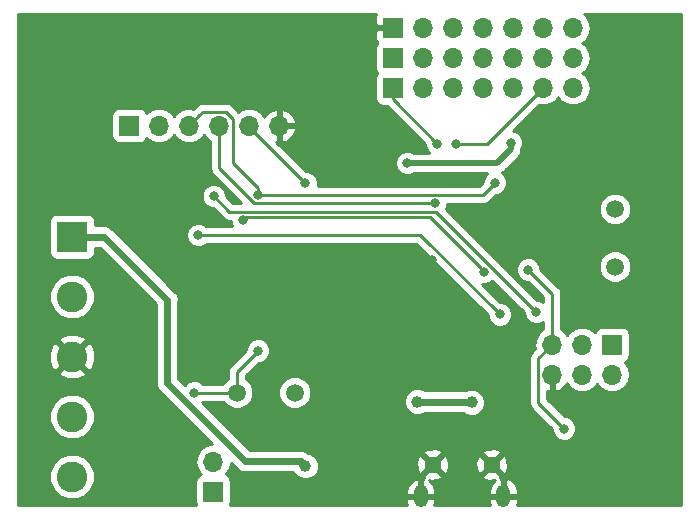
<source format=gbr>
G04 #@! TF.GenerationSoftware,KiCad,Pcbnew,(5.0.1)-4*
G04 #@! TF.CreationDate,2019-07-04T23:41:43-04:00*
G04 #@! TF.ProjectId,Receiver Board,526563656976657220426F6172642E6B,rev?*
G04 #@! TF.SameCoordinates,Original*
G04 #@! TF.FileFunction,Copper,L2,Bot,Signal*
G04 #@! TF.FilePolarity,Positive*
%FSLAX46Y46*%
G04 Gerber Fmt 4.6, Leading zero omitted, Abs format (unit mm)*
G04 Created by KiCad (PCBNEW (5.0.1)-4) date 7/4/2019 11:41:43 PM*
%MOMM*%
%LPD*%
G01*
G04 APERTURE LIST*
G04 #@! TA.AperFunction,ComponentPad*
%ADD10R,2.600000X2.600000*%
G04 #@! TD*
G04 #@! TA.AperFunction,ComponentPad*
%ADD11C,2.600000*%
G04 #@! TD*
G04 #@! TA.AperFunction,ComponentPad*
%ADD12C,1.450000*%
G04 #@! TD*
G04 #@! TA.AperFunction,ComponentPad*
%ADD13O,1.200000X1.900000*%
G04 #@! TD*
G04 #@! TA.AperFunction,ComponentPad*
%ADD14R,1.700000X1.700000*%
G04 #@! TD*
G04 #@! TA.AperFunction,ComponentPad*
%ADD15O,1.700000X1.700000*%
G04 #@! TD*
G04 #@! TA.AperFunction,ComponentPad*
%ADD16C,1.500000*%
G04 #@! TD*
G04 #@! TA.AperFunction,ViaPad*
%ADD17C,1.000000*%
G04 #@! TD*
G04 #@! TA.AperFunction,ViaPad*
%ADD18C,0.800000*%
G04 #@! TD*
G04 #@! TA.AperFunction,Conductor*
%ADD19C,0.600000*%
G04 #@! TD*
G04 #@! TA.AperFunction,Conductor*
%ADD20C,0.500000*%
G04 #@! TD*
G04 #@! TA.AperFunction,Conductor*
%ADD21C,0.250000*%
G04 #@! TD*
G04 #@! TA.AperFunction,Conductor*
%ADD22C,0.254000*%
G04 #@! TD*
G04 APERTURE END LIST*
D10*
G04 #@! TO.P,J1,1*
G04 #@! TO.N,+5V*
X128778000Y-51054000D03*
D11*
G04 #@! TO.P,J1,2*
G04 #@! TO.N,+12V*
X128778000Y-56134000D03*
G04 #@! TO.P,J1,3*
G04 #@! TO.N,GND*
X128778000Y-61214000D03*
G04 #@! TO.P,J1,4*
G04 #@! TO.N,/CANL*
X128778000Y-66294000D03*
G04 #@! TO.P,J1,5*
G04 #@! TO.N,/CANH*
X128778000Y-71374000D03*
G04 #@! TD*
D12*
G04 #@! TO.P,J3,6*
G04 #@! TO.N,GND*
X159298000Y-70356000D03*
X164298000Y-70356000D03*
D13*
X158298000Y-73056000D03*
X165298000Y-73056000D03*
G04 #@! TD*
D14*
G04 #@! TO.P,J5,1*
G04 #@! TO.N,+5V*
X133604000Y-41656000D03*
D15*
G04 #@! TO.P,J5,2*
G04 #@! TO.N,/CH1*
X136144000Y-41656000D03*
G04 #@! TO.P,J5,3*
G04 #@! TO.N,/~INT*
X138684000Y-41656000D03*
G04 #@! TO.P,J5,4*
G04 #@! TO.N,/A0*
X141224000Y-41656000D03*
G04 #@! TO.P,J5,5*
G04 #@! TO.N,/A1*
X143764000Y-41656000D03*
G04 #@! TO.P,J5,6*
G04 #@! TO.N,GND*
X146304000Y-41656000D03*
G04 #@! TD*
D14*
G04 #@! TO.P,J6,1*
G04 #@! TO.N,/CH7*
X155941789Y-38467167D03*
D15*
G04 #@! TO.P,J6,2*
G04 #@! TO.N,/CH6*
X158481789Y-38467167D03*
G04 #@! TO.P,J6,3*
G04 #@! TO.N,/CH5*
X161021789Y-38467167D03*
G04 #@! TO.P,J6,4*
G04 #@! TO.N,/CH4*
X163561789Y-38467167D03*
G04 #@! TO.P,J6,5*
G04 #@! TO.N,/CH3*
X166101789Y-38467167D03*
G04 #@! TO.P,J6,6*
G04 #@! TO.N,/CH2*
X168641789Y-38467167D03*
G04 #@! TO.P,J6,7*
G04 #@! TO.N,/CH1*
X171181789Y-38467167D03*
G04 #@! TD*
G04 #@! TO.P,5V,7*
G04 #@! TO.N,Net-(J7-Pad7)*
X171181789Y-35927167D03*
G04 #@! TO.P,5V,6*
G04 #@! TO.N,Net-(J7-Pad6)*
X168641789Y-35927167D03*
G04 #@! TO.P,5V,5*
G04 #@! TO.N,Net-(J7-Pad5)*
X166101789Y-35927167D03*
G04 #@! TO.P,5V,4*
G04 #@! TO.N,Net-(J7-Pad4)*
X163561789Y-35927167D03*
G04 #@! TO.P,5V,3*
G04 #@! TO.N,Net-(J7-Pad3)*
X161021789Y-35927167D03*
G04 #@! TO.P,5V,2*
G04 #@! TO.N,Net-(J7-Pad2)*
X158481789Y-35927167D03*
D14*
G04 #@! TO.P,5V,1*
G04 #@! TO.N,+5V*
X155941789Y-35927167D03*
G04 #@! TD*
G04 #@! TO.P,GND,1*
G04 #@! TO.N,GND*
X155941789Y-33387167D03*
D15*
G04 #@! TO.P,GND,2*
G04 #@! TO.N,Net-(J8-Pad2)*
X158481789Y-33387167D03*
G04 #@! TO.P,GND,3*
G04 #@! TO.N,Net-(J8-Pad3)*
X161021789Y-33387167D03*
G04 #@! TO.P,GND,4*
G04 #@! TO.N,Net-(J8-Pad4)*
X163561789Y-33387167D03*
G04 #@! TO.P,GND,5*
G04 #@! TO.N,Net-(J8-Pad5)*
X166101789Y-33387167D03*
G04 #@! TO.P,GND,6*
G04 #@! TO.N,Net-(J8-Pad6)*
X168641789Y-33387167D03*
G04 #@! TO.P,GND,7*
G04 #@! TO.N,Net-(J8-Pad7)*
X171181789Y-33387167D03*
G04 #@! TD*
D14*
G04 #@! TO.P,J2,1*
G04 #@! TO.N,Net-(J2-Pad1)*
X140716000Y-72644000D03*
D15*
G04 #@! TO.P,J2,2*
G04 #@! TO.N,/CANL*
X140716000Y-70104000D03*
G04 #@! TD*
D14*
G04 #@! TO.P,J4,1*
G04 #@! TO.N,/MISO*
X174498000Y-60198000D03*
D15*
G04 #@! TO.P,J4,2*
G04 #@! TO.N,+5V*
X174498000Y-62738000D03*
G04 #@! TO.P,J4,3*
G04 #@! TO.N,/SCK*
X171958000Y-60198000D03*
G04 #@! TO.P,J4,4*
G04 #@! TO.N,/MOSI*
X171958000Y-62738000D03*
G04 #@! TO.P,J4,5*
G04 #@! TO.N,/RST*
X169418000Y-60198000D03*
G04 #@! TO.P,J4,6*
G04 #@! TO.N,GND*
X169418000Y-62738000D03*
G04 #@! TD*
D16*
G04 #@! TO.P,Y1,1*
G04 #@! TO.N,Net-(C1-Pad1)*
X142748000Y-64262000D03*
G04 #@! TO.P,Y1,2*
G04 #@! TO.N,Net-(C2-Pad1)*
X147628000Y-64262000D03*
G04 #@! TD*
G04 #@! TO.P,Y2,2*
G04 #@! TO.N,/XTAL1*
X174752000Y-48714000D03*
G04 #@! TO.P,Y2,1*
G04 #@! TO.N,Net-(C7-Pad2)*
X174752000Y-53594000D03*
G04 #@! TD*
D17*
G04 #@! TO.N,+5V*
X148526500Y-70485000D03*
D18*
X157162500Y-44831000D03*
X165925500Y-43116500D03*
D17*
X162623500Y-65087500D03*
X157988000Y-65024000D03*
D18*
G04 #@! TO.N,GND*
X153035000Y-46228000D03*
X159258000Y-53022500D03*
X165608000Y-61912500D03*
X153162000Y-67119500D03*
X143446500Y-73025000D03*
X151638000Y-71755000D03*
X137160000Y-67056000D03*
X147066000Y-60642500D03*
X134429500Y-47244000D03*
X179578000Y-56451500D03*
X179578000Y-45910500D03*
X167767000Y-52133500D03*
X169608500Y-41656000D03*
X167576500Y-43307000D03*
X162750500Y-57848500D03*
X156146500Y-52070000D03*
X148463000Y-55081000D03*
X145796000Y-66230500D03*
X158305500Y-61849000D03*
X177355500Y-51054000D03*
X137985500Y-38163500D03*
G04 #@! TO.N,/~INT*
X164592000Y-46482000D03*
X144526000Y-47498000D03*
G04 #@! TO.N,/A0*
X159503950Y-48223000D03*
G04 #@! TO.N,/A1*
X148526500Y-46545500D03*
G04 #@! TO.N,/CH7*
X159702500Y-43180000D03*
G04 #@! TO.N,/CH2*
X161251000Y-43180000D03*
G04 #@! TO.N,/RST*
X167386000Y-53848000D03*
X170434000Y-67310000D03*
G04 #@! TO.N,Net-(C1-Pad1)*
X144526000Y-60706000D03*
X139128500Y-64262000D03*
G04 #@! TO.N,/SCK*
X143256000Y-49673001D03*
X163648097Y-54029903D03*
G04 #@! TO.N,/MISO*
X168084500Y-57441000D03*
X140779500Y-47625000D03*
G04 #@! TO.N,/~CS*
X164993153Y-57637847D03*
X139446000Y-50927000D03*
G04 #@! TD*
D19*
G04 #@! TO.N,+5V*
X131508500Y-51054000D02*
X128778000Y-51054000D01*
X136842500Y-56388000D02*
X131508500Y-51054000D01*
X136842500Y-63493502D02*
X136842500Y-56388000D01*
X143433999Y-70085001D02*
X136842500Y-63493502D01*
X148526500Y-70485000D02*
X148126501Y-70085001D01*
X148126501Y-70085001D02*
X143433999Y-70085001D01*
D20*
X157728185Y-44831000D02*
X157162500Y-44831000D01*
X164776685Y-44831000D02*
X157728185Y-44831000D01*
X165925500Y-43682185D02*
X164776685Y-44831000D01*
X165925500Y-43116500D02*
X165925500Y-43682185D01*
D21*
X162560000Y-65024000D02*
X162623500Y-65087500D01*
D19*
X157988000Y-65024000D02*
X162560000Y-65024000D01*
D21*
G04 #@! TO.N,/~INT*
X164592000Y-46482000D02*
X163576000Y-47498000D01*
X163576000Y-47498000D02*
X144526000Y-47498000D01*
X139533999Y-40806001D02*
X138684000Y-41656000D01*
X141788001Y-40480999D02*
X139859001Y-40480999D01*
X139859001Y-40480999D02*
X139533999Y-40806001D01*
X142399001Y-41091999D02*
X141788001Y-40480999D01*
X142399001Y-44805316D02*
X142399001Y-41091999D01*
X144526000Y-46932315D02*
X142399001Y-44805316D01*
X144526000Y-47498000D02*
X144526000Y-46932315D01*
G04 #@! TO.N,/A0*
X144177998Y-48223000D02*
X159503950Y-48223000D01*
X141224000Y-41656000D02*
X141224000Y-45269002D01*
X141224000Y-45269002D02*
X144177998Y-48223000D01*
G04 #@! TO.N,/A1*
X143764000Y-41783000D02*
X143764000Y-41656000D01*
X148526500Y-46545500D02*
X143764000Y-41783000D01*
G04 #@! TO.N,/CH7*
X155941789Y-39419289D02*
X155941789Y-38467167D01*
X159702500Y-43180000D02*
X155941789Y-39419289D01*
G04 #@! TO.N,/CH2*
X168641789Y-38467167D02*
X163928956Y-43180000D01*
X163928956Y-43180000D02*
X161251000Y-43180000D01*
G04 #@! TO.N,/RST*
X169418000Y-60198000D02*
X169418000Y-55880000D01*
X169418000Y-55880000D02*
X167386000Y-53848000D01*
X168242999Y-65118999D02*
X170434000Y-67310000D01*
X169418000Y-60198000D02*
X168242999Y-61373001D01*
X168242999Y-61373001D02*
X168242999Y-65118999D01*
G04 #@! TO.N,Net-(C1-Pad1)*
X142748000Y-64262000D02*
X142748000Y-62484000D01*
X142748000Y-62484000D02*
X144526000Y-60706000D01*
X142748000Y-64262000D02*
X139128500Y-64262000D01*
G04 #@! TO.N,/SCK*
X163275694Y-53657500D02*
X163648097Y-54029903D01*
X159058193Y-49439999D02*
X163275694Y-53657500D01*
X143256000Y-49673001D02*
X143489002Y-49439999D01*
X143489002Y-49439999D02*
X159058193Y-49439999D01*
G04 #@! TO.N,/MISO*
X142102501Y-48948001D02*
X140779500Y-47625000D01*
X168084500Y-57441000D02*
X159591501Y-48948001D01*
X159591501Y-48948001D02*
X142102501Y-48948001D01*
G04 #@! TO.N,/~CS*
X139482999Y-50890001D02*
X139446000Y-50927000D01*
X164993153Y-57637847D02*
X158245307Y-50890001D01*
X158245307Y-50890001D02*
X139482999Y-50890001D01*
G04 #@! TD*
D22*
G04 #@! TO.N,GND*
G36*
X154456789Y-32410858D02*
X154456789Y-33101417D01*
X154615539Y-33260167D01*
X155814789Y-33260167D01*
X155814789Y-33240167D01*
X156068789Y-33240167D01*
X156068789Y-33260167D01*
X156088789Y-33260167D01*
X156088789Y-33514167D01*
X156068789Y-33514167D01*
X156068789Y-33534167D01*
X155814789Y-33534167D01*
X155814789Y-33514167D01*
X154615539Y-33514167D01*
X154456789Y-33672917D01*
X154456789Y-34363476D01*
X154553462Y-34596865D01*
X154610738Y-34654142D01*
X154493632Y-34829402D01*
X154444349Y-35077167D01*
X154444349Y-36777167D01*
X154493632Y-37024932D01*
X154608717Y-37197167D01*
X154493632Y-37369402D01*
X154444349Y-37617167D01*
X154444349Y-39317167D01*
X154493632Y-39564932D01*
X154633980Y-39774976D01*
X154844024Y-39915324D01*
X155091789Y-39964607D01*
X155392115Y-39964607D01*
X155393860Y-39967218D01*
X155457319Y-40009620D01*
X158667500Y-43219802D01*
X158667500Y-43385874D01*
X158825069Y-43766280D01*
X159004789Y-43946000D01*
X157730507Y-43946000D01*
X157368374Y-43796000D01*
X156956626Y-43796000D01*
X156576220Y-43953569D01*
X156285069Y-44244720D01*
X156127500Y-44625126D01*
X156127500Y-45036874D01*
X156285069Y-45417280D01*
X156576220Y-45708431D01*
X156956626Y-45866000D01*
X157368374Y-45866000D01*
X157730507Y-45716000D01*
X163894289Y-45716000D01*
X163714569Y-45895720D01*
X163557000Y-46276126D01*
X163557000Y-46442198D01*
X163261199Y-46738000D01*
X149561500Y-46738000D01*
X149561500Y-46339626D01*
X149403931Y-45959220D01*
X149112780Y-45668069D01*
X148732374Y-45510500D01*
X148566302Y-45510500D01*
X146082060Y-43026258D01*
X146177000Y-42976155D01*
X146177000Y-41783000D01*
X146431000Y-41783000D01*
X146431000Y-42976155D01*
X146660890Y-43097476D01*
X147070924Y-42927645D01*
X147499183Y-42537358D01*
X147745486Y-42012892D01*
X147624819Y-41783000D01*
X146431000Y-41783000D01*
X146177000Y-41783000D01*
X146157000Y-41783000D01*
X146157000Y-41529000D01*
X146177000Y-41529000D01*
X146177000Y-40335845D01*
X146431000Y-40335845D01*
X146431000Y-41529000D01*
X147624819Y-41529000D01*
X147745486Y-41299108D01*
X147499183Y-40774642D01*
X147070924Y-40384355D01*
X146660890Y-40214524D01*
X146431000Y-40335845D01*
X146177000Y-40335845D01*
X145947110Y-40214524D01*
X145537076Y-40384355D01*
X145108817Y-40774642D01*
X145047843Y-40904478D01*
X144834625Y-40585375D01*
X144343418Y-40257161D01*
X143910256Y-40171000D01*
X143617744Y-40171000D01*
X143184582Y-40257161D01*
X142857509Y-40475704D01*
X142378331Y-39996528D01*
X142335930Y-39933070D01*
X142084538Y-39765095D01*
X141862853Y-39720999D01*
X141862848Y-39720999D01*
X141788001Y-39706111D01*
X141713154Y-39720999D01*
X139933847Y-39720999D01*
X139859000Y-39706111D01*
X139784153Y-39720999D01*
X139784149Y-39720999D01*
X139562464Y-39765095D01*
X139311072Y-39933070D01*
X139268670Y-39996529D01*
X139050408Y-40214791D01*
X138830256Y-40171000D01*
X138537744Y-40171000D01*
X138104582Y-40257161D01*
X137613375Y-40585375D01*
X137414000Y-40883761D01*
X137214625Y-40585375D01*
X136723418Y-40257161D01*
X136290256Y-40171000D01*
X135997744Y-40171000D01*
X135564582Y-40257161D01*
X135073375Y-40585375D01*
X135061184Y-40603619D01*
X135052157Y-40558235D01*
X134911809Y-40348191D01*
X134701765Y-40207843D01*
X134454000Y-40158560D01*
X132754000Y-40158560D01*
X132506235Y-40207843D01*
X132296191Y-40348191D01*
X132155843Y-40558235D01*
X132106560Y-40806000D01*
X132106560Y-42506000D01*
X132155843Y-42753765D01*
X132296191Y-42963809D01*
X132506235Y-43104157D01*
X132754000Y-43153440D01*
X134454000Y-43153440D01*
X134701765Y-43104157D01*
X134911809Y-42963809D01*
X135052157Y-42753765D01*
X135061184Y-42708381D01*
X135073375Y-42726625D01*
X135564582Y-43054839D01*
X135997744Y-43141000D01*
X136290256Y-43141000D01*
X136723418Y-43054839D01*
X137214625Y-42726625D01*
X137414000Y-42428239D01*
X137613375Y-42726625D01*
X138104582Y-43054839D01*
X138537744Y-43141000D01*
X138830256Y-43141000D01*
X139263418Y-43054839D01*
X139754625Y-42726625D01*
X139954000Y-42428239D01*
X140153375Y-42726625D01*
X140464000Y-42934178D01*
X140464001Y-45194150D01*
X140449112Y-45269002D01*
X140508097Y-45565539D01*
X140603575Y-45708431D01*
X140676072Y-45816931D01*
X140739528Y-45859331D01*
X143068197Y-48188001D01*
X142417303Y-48188001D01*
X141814500Y-47585199D01*
X141814500Y-47419126D01*
X141656931Y-47038720D01*
X141365780Y-46747569D01*
X140985374Y-46590000D01*
X140573626Y-46590000D01*
X140193220Y-46747569D01*
X139902069Y-47038720D01*
X139744500Y-47419126D01*
X139744500Y-47830874D01*
X139902069Y-48211280D01*
X140193220Y-48502431D01*
X140573626Y-48660000D01*
X140739699Y-48660000D01*
X141512171Y-49432473D01*
X141554572Y-49495930D01*
X141805964Y-49663905D01*
X142027649Y-49708001D01*
X142027654Y-49708001D01*
X142102501Y-49722889D01*
X142177348Y-49708001D01*
X142221000Y-49708001D01*
X142221000Y-49878875D01*
X142325020Y-50130001D01*
X140112712Y-50130001D01*
X140032280Y-50049569D01*
X139651874Y-49892000D01*
X139240126Y-49892000D01*
X138859720Y-50049569D01*
X138568569Y-50340720D01*
X138411000Y-50721126D01*
X138411000Y-51132874D01*
X138568569Y-51513280D01*
X138859720Y-51804431D01*
X139240126Y-51962000D01*
X139651874Y-51962000D01*
X140032280Y-51804431D01*
X140186710Y-51650001D01*
X157930506Y-51650001D01*
X163958153Y-57677650D01*
X163958153Y-57843721D01*
X164115722Y-58224127D01*
X164406873Y-58515278D01*
X164787279Y-58672847D01*
X165199027Y-58672847D01*
X165579433Y-58515278D01*
X165870584Y-58224127D01*
X166028153Y-57843721D01*
X166028153Y-57431973D01*
X165870584Y-57051567D01*
X165579433Y-56760416D01*
X165199027Y-56602847D01*
X165032956Y-56602847D01*
X163495011Y-55064903D01*
X163853971Y-55064903D01*
X164234377Y-54907334D01*
X164355204Y-54786507D01*
X167049500Y-57480803D01*
X167049500Y-57646874D01*
X167207069Y-58027280D01*
X167498220Y-58318431D01*
X167878626Y-58476000D01*
X168290374Y-58476000D01*
X168658000Y-58323724D01*
X168658000Y-58919822D01*
X168347375Y-59127375D01*
X168019161Y-59618582D01*
X167903908Y-60198000D01*
X167976791Y-60564408D01*
X167758529Y-60782670D01*
X167695070Y-60825072D01*
X167527095Y-61076465D01*
X167482999Y-61298150D01*
X167482999Y-61298154D01*
X167468111Y-61373001D01*
X167482999Y-61447848D01*
X167483000Y-65044147D01*
X167468111Y-65118999D01*
X167483000Y-65193851D01*
X167527096Y-65415536D01*
X167695071Y-65666928D01*
X167758527Y-65709328D01*
X169399000Y-67349803D01*
X169399000Y-67515874D01*
X169556569Y-67896280D01*
X169847720Y-68187431D01*
X170228126Y-68345000D01*
X170639874Y-68345000D01*
X171020280Y-68187431D01*
X171311431Y-67896280D01*
X171469000Y-67515874D01*
X171469000Y-67104126D01*
X171311431Y-66723720D01*
X171020280Y-66432569D01*
X170639874Y-66275000D01*
X170473803Y-66275000D01*
X169002999Y-64804198D01*
X169002999Y-64155407D01*
X169061110Y-64179476D01*
X169291000Y-64058155D01*
X169291000Y-62865000D01*
X169271000Y-62865000D01*
X169271000Y-62611000D01*
X169291000Y-62611000D01*
X169291000Y-62591000D01*
X169545000Y-62591000D01*
X169545000Y-62611000D01*
X169565000Y-62611000D01*
X169565000Y-62865000D01*
X169545000Y-62865000D01*
X169545000Y-64058155D01*
X169774890Y-64179476D01*
X170184924Y-64009645D01*
X170613183Y-63619358D01*
X170674157Y-63489522D01*
X170887375Y-63808625D01*
X171378582Y-64136839D01*
X171811744Y-64223000D01*
X172104256Y-64223000D01*
X172537418Y-64136839D01*
X173028625Y-63808625D01*
X173228000Y-63510239D01*
X173427375Y-63808625D01*
X173918582Y-64136839D01*
X174351744Y-64223000D01*
X174644256Y-64223000D01*
X175077418Y-64136839D01*
X175568625Y-63808625D01*
X175896839Y-63317418D01*
X176012092Y-62738000D01*
X175896839Y-62158582D01*
X175568625Y-61667375D01*
X175550381Y-61655184D01*
X175595765Y-61646157D01*
X175805809Y-61505809D01*
X175946157Y-61295765D01*
X175995440Y-61048000D01*
X175995440Y-59348000D01*
X175946157Y-59100235D01*
X175805809Y-58890191D01*
X175595765Y-58749843D01*
X175348000Y-58700560D01*
X173648000Y-58700560D01*
X173400235Y-58749843D01*
X173190191Y-58890191D01*
X173049843Y-59100235D01*
X173040816Y-59145619D01*
X173028625Y-59127375D01*
X172537418Y-58799161D01*
X172104256Y-58713000D01*
X171811744Y-58713000D01*
X171378582Y-58799161D01*
X170887375Y-59127375D01*
X170688000Y-59425761D01*
X170488625Y-59127375D01*
X170178000Y-58919822D01*
X170178000Y-55954847D01*
X170192888Y-55880000D01*
X170178000Y-55805153D01*
X170178000Y-55805148D01*
X170133904Y-55583463D01*
X169965929Y-55332071D01*
X169902473Y-55289671D01*
X168421000Y-53808199D01*
X168421000Y-53642126D01*
X168286953Y-53318506D01*
X173367000Y-53318506D01*
X173367000Y-53869494D01*
X173577853Y-54378540D01*
X173967460Y-54768147D01*
X174476506Y-54979000D01*
X175027494Y-54979000D01*
X175536540Y-54768147D01*
X175926147Y-54378540D01*
X176137000Y-53869494D01*
X176137000Y-53318506D01*
X175926147Y-52809460D01*
X175536540Y-52419853D01*
X175027494Y-52209000D01*
X174476506Y-52209000D01*
X173967460Y-52419853D01*
X173577853Y-52809460D01*
X173367000Y-53318506D01*
X168286953Y-53318506D01*
X168263431Y-53261720D01*
X167972280Y-52970569D01*
X167591874Y-52813000D01*
X167180126Y-52813000D01*
X166799720Y-52970569D01*
X166508569Y-53261720D01*
X166351000Y-53642126D01*
X166351000Y-54053874D01*
X166508569Y-54434280D01*
X166799720Y-54725431D01*
X167180126Y-54883000D01*
X167346199Y-54883000D01*
X168658001Y-56194803D01*
X168658001Y-56558276D01*
X168290374Y-56406000D01*
X168124303Y-56406000D01*
X160424202Y-48705901D01*
X160534960Y-48438506D01*
X173367000Y-48438506D01*
X173367000Y-48989494D01*
X173577853Y-49498540D01*
X173967460Y-49888147D01*
X174476506Y-50099000D01*
X175027494Y-50099000D01*
X175536540Y-49888147D01*
X175926147Y-49498540D01*
X176137000Y-48989494D01*
X176137000Y-48438506D01*
X175926147Y-47929460D01*
X175536540Y-47539853D01*
X175027494Y-47329000D01*
X174476506Y-47329000D01*
X173967460Y-47539853D01*
X173577853Y-47929460D01*
X173367000Y-48438506D01*
X160534960Y-48438506D01*
X160538950Y-48428874D01*
X160538950Y-48258000D01*
X163501153Y-48258000D01*
X163576000Y-48272888D01*
X163650847Y-48258000D01*
X163650852Y-48258000D01*
X163872537Y-48213904D01*
X164123929Y-48045929D01*
X164166331Y-47982470D01*
X164631802Y-47517000D01*
X164797874Y-47517000D01*
X165178280Y-47359431D01*
X165469431Y-47068280D01*
X165627000Y-46687874D01*
X165627000Y-46276126D01*
X165469431Y-45895720D01*
X165191752Y-45618041D01*
X165414734Y-45469049D01*
X165464110Y-45395153D01*
X166489656Y-44369608D01*
X166563549Y-44320234D01*
X166633865Y-44215000D01*
X166759152Y-44027495D01*
X166810500Y-43769350D01*
X166810500Y-43769346D01*
X166827837Y-43682185D01*
X166822525Y-43655477D01*
X166960500Y-43322374D01*
X166960500Y-42910626D01*
X166802931Y-42530220D01*
X166511780Y-42239069D01*
X166131374Y-42081500D01*
X166102258Y-42081500D01*
X168275382Y-39908376D01*
X168495533Y-39952167D01*
X168788045Y-39952167D01*
X169221207Y-39866006D01*
X169712414Y-39537792D01*
X169911789Y-39239406D01*
X170111164Y-39537792D01*
X170602371Y-39866006D01*
X171035533Y-39952167D01*
X171328045Y-39952167D01*
X171761207Y-39866006D01*
X172252414Y-39537792D01*
X172580628Y-39046585D01*
X172695881Y-38467167D01*
X172580628Y-37887749D01*
X172252414Y-37396542D01*
X171954028Y-37197167D01*
X172252414Y-36997792D01*
X172580628Y-36506585D01*
X172695881Y-35927167D01*
X172580628Y-35347749D01*
X172252414Y-34856542D01*
X171954028Y-34657167D01*
X172252414Y-34457792D01*
X172580628Y-33966585D01*
X172695881Y-33387167D01*
X172580628Y-32807749D01*
X172252414Y-32316542D01*
X172092963Y-32210000D01*
X180290001Y-32210000D01*
X180290000Y-73790000D01*
X166453832Y-73790000D01*
X166533000Y-73533000D01*
X166533000Y-73183000D01*
X165425000Y-73183000D01*
X165425000Y-73203000D01*
X165171000Y-73203000D01*
X165171000Y-73183000D01*
X164063000Y-73183000D01*
X164063000Y-73533000D01*
X164142168Y-73790000D01*
X159453832Y-73790000D01*
X159533000Y-73533000D01*
X159533000Y-73183000D01*
X158425000Y-73183000D01*
X158425000Y-73203000D01*
X158171000Y-73203000D01*
X158171000Y-73183000D01*
X157063000Y-73183000D01*
X157063000Y-73533000D01*
X157142168Y-73790000D01*
X142131927Y-73790000D01*
X142164157Y-73741765D01*
X142213440Y-73494000D01*
X142213440Y-72579000D01*
X157063000Y-72579000D01*
X157063000Y-72929000D01*
X158171000Y-72929000D01*
X158171000Y-71637269D01*
X158425000Y-71637269D01*
X158425000Y-72929000D01*
X159533000Y-72929000D01*
X159533000Y-72579000D01*
X159390390Y-72116053D01*
X159081474Y-71742920D01*
X158962232Y-71679842D01*
X159099146Y-71728312D01*
X159639444Y-71699949D01*
X160006878Y-71547753D01*
X160071793Y-71309398D01*
X163524207Y-71309398D01*
X163589122Y-71547753D01*
X164099146Y-71728312D01*
X164590945Y-71702495D01*
X164514526Y-71742920D01*
X164205610Y-72116053D01*
X164063000Y-72579000D01*
X164063000Y-72929000D01*
X165171000Y-72929000D01*
X165171000Y-71637269D01*
X165425000Y-71637269D01*
X165425000Y-72929000D01*
X166533000Y-72929000D01*
X166533000Y-72579000D01*
X166390390Y-72116053D01*
X166081474Y-71742920D01*
X165653281Y-71516408D01*
X165615609Y-71512538D01*
X165425000Y-71637269D01*
X165171000Y-71637269D01*
X165011012Y-71532576D01*
X165071793Y-71309398D01*
X164298000Y-70535605D01*
X163524207Y-71309398D01*
X160071793Y-71309398D01*
X159298000Y-70535605D01*
X158524207Y-71309398D01*
X158584988Y-71532576D01*
X158425000Y-71637269D01*
X158171000Y-71637269D01*
X157980391Y-71512538D01*
X157942719Y-71516408D01*
X157514526Y-71742920D01*
X157205610Y-72116053D01*
X157063000Y-72579000D01*
X142213440Y-72579000D01*
X142213440Y-71794000D01*
X142164157Y-71546235D01*
X142023809Y-71336191D01*
X141813765Y-71195843D01*
X141768381Y-71186816D01*
X141786625Y-71174625D01*
X142114839Y-70683418D01*
X142213603Y-70186895D01*
X142707739Y-70681031D01*
X142759902Y-70759098D01*
X143069180Y-70965751D01*
X143341913Y-71020001D01*
X143341916Y-71020001D01*
X143433998Y-71038317D01*
X143526080Y-71020001D01*
X147519589Y-71020001D01*
X147564293Y-71127926D01*
X147883574Y-71447207D01*
X148300734Y-71620000D01*
X148752266Y-71620000D01*
X149169426Y-71447207D01*
X149488707Y-71127926D01*
X149661500Y-70710766D01*
X149661500Y-70259234D01*
X149619214Y-70157146D01*
X157925688Y-70157146D01*
X157954051Y-70697444D01*
X158106247Y-71064878D01*
X158344602Y-71129793D01*
X159118395Y-70356000D01*
X159477605Y-70356000D01*
X160251398Y-71129793D01*
X160489753Y-71064878D01*
X160670312Y-70554854D01*
X160649435Y-70157146D01*
X162925688Y-70157146D01*
X162954051Y-70697444D01*
X163106247Y-71064878D01*
X163344602Y-71129793D01*
X164118395Y-70356000D01*
X164477605Y-70356000D01*
X165251398Y-71129793D01*
X165489753Y-71064878D01*
X165670312Y-70554854D01*
X165641949Y-70014556D01*
X165489753Y-69647122D01*
X165251398Y-69582207D01*
X164477605Y-70356000D01*
X164118395Y-70356000D01*
X163344602Y-69582207D01*
X163106247Y-69647122D01*
X162925688Y-70157146D01*
X160649435Y-70157146D01*
X160641949Y-70014556D01*
X160489753Y-69647122D01*
X160251398Y-69582207D01*
X159477605Y-70356000D01*
X159118395Y-70356000D01*
X158344602Y-69582207D01*
X158106247Y-69647122D01*
X157925688Y-70157146D01*
X149619214Y-70157146D01*
X149488707Y-69842074D01*
X149169426Y-69522793D01*
X148879259Y-69402602D01*
X158524207Y-69402602D01*
X159298000Y-70176395D01*
X160071793Y-69402602D01*
X163524207Y-69402602D01*
X164298000Y-70176395D01*
X165071793Y-69402602D01*
X165006878Y-69164247D01*
X164496854Y-68983688D01*
X163956556Y-69012051D01*
X163589122Y-69164247D01*
X163524207Y-69402602D01*
X160071793Y-69402602D01*
X160006878Y-69164247D01*
X159496854Y-68983688D01*
X158956556Y-69012051D01*
X158589122Y-69164247D01*
X158524207Y-69402602D01*
X148879259Y-69402602D01*
X148752266Y-69350000D01*
X148709449Y-69350000D01*
X148491320Y-69204251D01*
X148218587Y-69150001D01*
X148126501Y-69131684D01*
X148034415Y-69150001D01*
X143821289Y-69150001D01*
X139762749Y-65091462D01*
X139832211Y-65022000D01*
X141563688Y-65022000D01*
X141573853Y-65046540D01*
X141963460Y-65436147D01*
X142472506Y-65647000D01*
X143023494Y-65647000D01*
X143532540Y-65436147D01*
X143922147Y-65046540D01*
X144133000Y-64537494D01*
X144133000Y-63986506D01*
X146243000Y-63986506D01*
X146243000Y-64537494D01*
X146453853Y-65046540D01*
X146843460Y-65436147D01*
X147352506Y-65647000D01*
X147903494Y-65647000D01*
X148412540Y-65436147D01*
X148802147Y-65046540D01*
X148904998Y-64798234D01*
X156853000Y-64798234D01*
X156853000Y-65249766D01*
X157025793Y-65666926D01*
X157345074Y-65986207D01*
X157762234Y-66159000D01*
X158213766Y-66159000D01*
X158630926Y-65986207D01*
X158658133Y-65959000D01*
X161889867Y-65959000D01*
X161980574Y-66049707D01*
X162397734Y-66222500D01*
X162849266Y-66222500D01*
X163266426Y-66049707D01*
X163585707Y-65730426D01*
X163758500Y-65313266D01*
X163758500Y-64861734D01*
X163585707Y-64444574D01*
X163266426Y-64125293D01*
X162849266Y-63952500D01*
X162397734Y-63952500D01*
X162068193Y-64089000D01*
X158658133Y-64089000D01*
X158630926Y-64061793D01*
X158213766Y-63889000D01*
X157762234Y-63889000D01*
X157345074Y-64061793D01*
X157025793Y-64381074D01*
X156853000Y-64798234D01*
X148904998Y-64798234D01*
X149013000Y-64537494D01*
X149013000Y-63986506D01*
X148802147Y-63477460D01*
X148412540Y-63087853D01*
X147903494Y-62877000D01*
X147352506Y-62877000D01*
X146843460Y-63087853D01*
X146453853Y-63477460D01*
X146243000Y-63986506D01*
X144133000Y-63986506D01*
X143922147Y-63477460D01*
X143532540Y-63087853D01*
X143508000Y-63077688D01*
X143508000Y-62798801D01*
X144565802Y-61741000D01*
X144731874Y-61741000D01*
X145112280Y-61583431D01*
X145403431Y-61292280D01*
X145561000Y-60911874D01*
X145561000Y-60500126D01*
X145403431Y-60119720D01*
X145112280Y-59828569D01*
X144731874Y-59671000D01*
X144320126Y-59671000D01*
X143939720Y-59828569D01*
X143648569Y-60119720D01*
X143491000Y-60500126D01*
X143491000Y-60666198D01*
X142263528Y-61893671D01*
X142200072Y-61936071D01*
X142157672Y-61999527D01*
X142157671Y-61999528D01*
X142051395Y-62158582D01*
X142032097Y-62187463D01*
X142015979Y-62268496D01*
X141973112Y-62484000D01*
X141988001Y-62558852D01*
X141988001Y-63077688D01*
X141963460Y-63087853D01*
X141573853Y-63477460D01*
X141563688Y-63502000D01*
X139832211Y-63502000D01*
X139714780Y-63384569D01*
X139334374Y-63227000D01*
X138922626Y-63227000D01*
X138542220Y-63384569D01*
X138299038Y-63627751D01*
X137777500Y-63106213D01*
X137777500Y-56480085D01*
X137795817Y-56387999D01*
X137723250Y-56023181D01*
X137568759Y-55791969D01*
X137516597Y-55713903D01*
X137438531Y-55661741D01*
X132234761Y-50457972D01*
X132182597Y-50379903D01*
X131873319Y-50173250D01*
X131600586Y-50119000D01*
X131508500Y-50100683D01*
X131416414Y-50119000D01*
X130725440Y-50119000D01*
X130725440Y-49754000D01*
X130676157Y-49506235D01*
X130535809Y-49296191D01*
X130325765Y-49155843D01*
X130078000Y-49106560D01*
X127478000Y-49106560D01*
X127230235Y-49155843D01*
X127020191Y-49296191D01*
X126879843Y-49506235D01*
X126830560Y-49754000D01*
X126830560Y-52354000D01*
X126879843Y-52601765D01*
X127020191Y-52811809D01*
X127230235Y-52952157D01*
X127478000Y-53001440D01*
X130078000Y-53001440D01*
X130325765Y-52952157D01*
X130535809Y-52811809D01*
X130676157Y-52601765D01*
X130725440Y-52354000D01*
X130725440Y-51989000D01*
X131121211Y-51989000D01*
X135907501Y-56775291D01*
X135907500Y-63401416D01*
X135889183Y-63493502D01*
X135907500Y-63585587D01*
X135961750Y-63858320D01*
X136168403Y-64167599D01*
X136246472Y-64219763D01*
X140645708Y-68619000D01*
X140569744Y-68619000D01*
X140136582Y-68705161D01*
X139645375Y-69033375D01*
X139317161Y-69524582D01*
X139201908Y-70104000D01*
X139317161Y-70683418D01*
X139645375Y-71174625D01*
X139663619Y-71186816D01*
X139618235Y-71195843D01*
X139408191Y-71336191D01*
X139267843Y-71546235D01*
X139218560Y-71794000D01*
X139218560Y-73494000D01*
X139267843Y-73741765D01*
X139300073Y-73790000D01*
X124210000Y-73790000D01*
X124210000Y-70989105D01*
X126843000Y-70989105D01*
X126843000Y-71758895D01*
X127137586Y-72470090D01*
X127681910Y-73014414D01*
X128393105Y-73309000D01*
X129162895Y-73309000D01*
X129874090Y-73014414D01*
X130418414Y-72470090D01*
X130713000Y-71758895D01*
X130713000Y-70989105D01*
X130418414Y-70277910D01*
X129874090Y-69733586D01*
X129162895Y-69439000D01*
X128393105Y-69439000D01*
X127681910Y-69733586D01*
X127137586Y-70277910D01*
X126843000Y-70989105D01*
X124210000Y-70989105D01*
X124210000Y-65909105D01*
X126843000Y-65909105D01*
X126843000Y-66678895D01*
X127137586Y-67390090D01*
X127681910Y-67934414D01*
X128393105Y-68229000D01*
X129162895Y-68229000D01*
X129874090Y-67934414D01*
X130418414Y-67390090D01*
X130713000Y-66678895D01*
X130713000Y-65909105D01*
X130418414Y-65197910D01*
X129874090Y-64653586D01*
X129162895Y-64359000D01*
X128393105Y-64359000D01*
X127681910Y-64653586D01*
X127137586Y-65197910D01*
X126843000Y-65909105D01*
X124210000Y-65909105D01*
X124210000Y-62583459D01*
X127588146Y-62583459D01*
X127723504Y-62881455D01*
X128441880Y-63158066D01*
X129211427Y-63138710D01*
X129832496Y-62881455D01*
X129967854Y-62583459D01*
X128778000Y-61393605D01*
X127588146Y-62583459D01*
X124210000Y-62583459D01*
X124210000Y-60877880D01*
X126833934Y-60877880D01*
X126853290Y-61647427D01*
X127110545Y-62268496D01*
X127408541Y-62403854D01*
X128598395Y-61214000D01*
X128957605Y-61214000D01*
X130147459Y-62403854D01*
X130445455Y-62268496D01*
X130722066Y-61550120D01*
X130702710Y-60780573D01*
X130445455Y-60159504D01*
X130147459Y-60024146D01*
X128957605Y-61214000D01*
X128598395Y-61214000D01*
X127408541Y-60024146D01*
X127110545Y-60159504D01*
X126833934Y-60877880D01*
X124210000Y-60877880D01*
X124210000Y-59844541D01*
X127588146Y-59844541D01*
X128778000Y-61034395D01*
X129967854Y-59844541D01*
X129832496Y-59546545D01*
X129114120Y-59269934D01*
X128344573Y-59289290D01*
X127723504Y-59546545D01*
X127588146Y-59844541D01*
X124210000Y-59844541D01*
X124210000Y-55749105D01*
X126843000Y-55749105D01*
X126843000Y-56518895D01*
X127137586Y-57230090D01*
X127681910Y-57774414D01*
X128393105Y-58069000D01*
X129162895Y-58069000D01*
X129874090Y-57774414D01*
X130418414Y-57230090D01*
X130713000Y-56518895D01*
X130713000Y-55749105D01*
X130418414Y-55037910D01*
X129874090Y-54493586D01*
X129162895Y-54199000D01*
X128393105Y-54199000D01*
X127681910Y-54493586D01*
X127137586Y-55037910D01*
X126843000Y-55749105D01*
X124210000Y-55749105D01*
X124210000Y-32210000D01*
X154539987Y-32210000D01*
X154456789Y-32410858D01*
X154456789Y-32410858D01*
G37*
X154456789Y-32410858D02*
X154456789Y-33101417D01*
X154615539Y-33260167D01*
X155814789Y-33260167D01*
X155814789Y-33240167D01*
X156068789Y-33240167D01*
X156068789Y-33260167D01*
X156088789Y-33260167D01*
X156088789Y-33514167D01*
X156068789Y-33514167D01*
X156068789Y-33534167D01*
X155814789Y-33534167D01*
X155814789Y-33514167D01*
X154615539Y-33514167D01*
X154456789Y-33672917D01*
X154456789Y-34363476D01*
X154553462Y-34596865D01*
X154610738Y-34654142D01*
X154493632Y-34829402D01*
X154444349Y-35077167D01*
X154444349Y-36777167D01*
X154493632Y-37024932D01*
X154608717Y-37197167D01*
X154493632Y-37369402D01*
X154444349Y-37617167D01*
X154444349Y-39317167D01*
X154493632Y-39564932D01*
X154633980Y-39774976D01*
X154844024Y-39915324D01*
X155091789Y-39964607D01*
X155392115Y-39964607D01*
X155393860Y-39967218D01*
X155457319Y-40009620D01*
X158667500Y-43219802D01*
X158667500Y-43385874D01*
X158825069Y-43766280D01*
X159004789Y-43946000D01*
X157730507Y-43946000D01*
X157368374Y-43796000D01*
X156956626Y-43796000D01*
X156576220Y-43953569D01*
X156285069Y-44244720D01*
X156127500Y-44625126D01*
X156127500Y-45036874D01*
X156285069Y-45417280D01*
X156576220Y-45708431D01*
X156956626Y-45866000D01*
X157368374Y-45866000D01*
X157730507Y-45716000D01*
X163894289Y-45716000D01*
X163714569Y-45895720D01*
X163557000Y-46276126D01*
X163557000Y-46442198D01*
X163261199Y-46738000D01*
X149561500Y-46738000D01*
X149561500Y-46339626D01*
X149403931Y-45959220D01*
X149112780Y-45668069D01*
X148732374Y-45510500D01*
X148566302Y-45510500D01*
X146082060Y-43026258D01*
X146177000Y-42976155D01*
X146177000Y-41783000D01*
X146431000Y-41783000D01*
X146431000Y-42976155D01*
X146660890Y-43097476D01*
X147070924Y-42927645D01*
X147499183Y-42537358D01*
X147745486Y-42012892D01*
X147624819Y-41783000D01*
X146431000Y-41783000D01*
X146177000Y-41783000D01*
X146157000Y-41783000D01*
X146157000Y-41529000D01*
X146177000Y-41529000D01*
X146177000Y-40335845D01*
X146431000Y-40335845D01*
X146431000Y-41529000D01*
X147624819Y-41529000D01*
X147745486Y-41299108D01*
X147499183Y-40774642D01*
X147070924Y-40384355D01*
X146660890Y-40214524D01*
X146431000Y-40335845D01*
X146177000Y-40335845D01*
X145947110Y-40214524D01*
X145537076Y-40384355D01*
X145108817Y-40774642D01*
X145047843Y-40904478D01*
X144834625Y-40585375D01*
X144343418Y-40257161D01*
X143910256Y-40171000D01*
X143617744Y-40171000D01*
X143184582Y-40257161D01*
X142857509Y-40475704D01*
X142378331Y-39996528D01*
X142335930Y-39933070D01*
X142084538Y-39765095D01*
X141862853Y-39720999D01*
X141862848Y-39720999D01*
X141788001Y-39706111D01*
X141713154Y-39720999D01*
X139933847Y-39720999D01*
X139859000Y-39706111D01*
X139784153Y-39720999D01*
X139784149Y-39720999D01*
X139562464Y-39765095D01*
X139311072Y-39933070D01*
X139268670Y-39996529D01*
X139050408Y-40214791D01*
X138830256Y-40171000D01*
X138537744Y-40171000D01*
X138104582Y-40257161D01*
X137613375Y-40585375D01*
X137414000Y-40883761D01*
X137214625Y-40585375D01*
X136723418Y-40257161D01*
X136290256Y-40171000D01*
X135997744Y-40171000D01*
X135564582Y-40257161D01*
X135073375Y-40585375D01*
X135061184Y-40603619D01*
X135052157Y-40558235D01*
X134911809Y-40348191D01*
X134701765Y-40207843D01*
X134454000Y-40158560D01*
X132754000Y-40158560D01*
X132506235Y-40207843D01*
X132296191Y-40348191D01*
X132155843Y-40558235D01*
X132106560Y-40806000D01*
X132106560Y-42506000D01*
X132155843Y-42753765D01*
X132296191Y-42963809D01*
X132506235Y-43104157D01*
X132754000Y-43153440D01*
X134454000Y-43153440D01*
X134701765Y-43104157D01*
X134911809Y-42963809D01*
X135052157Y-42753765D01*
X135061184Y-42708381D01*
X135073375Y-42726625D01*
X135564582Y-43054839D01*
X135997744Y-43141000D01*
X136290256Y-43141000D01*
X136723418Y-43054839D01*
X137214625Y-42726625D01*
X137414000Y-42428239D01*
X137613375Y-42726625D01*
X138104582Y-43054839D01*
X138537744Y-43141000D01*
X138830256Y-43141000D01*
X139263418Y-43054839D01*
X139754625Y-42726625D01*
X139954000Y-42428239D01*
X140153375Y-42726625D01*
X140464000Y-42934178D01*
X140464001Y-45194150D01*
X140449112Y-45269002D01*
X140508097Y-45565539D01*
X140603575Y-45708431D01*
X140676072Y-45816931D01*
X140739528Y-45859331D01*
X143068197Y-48188001D01*
X142417303Y-48188001D01*
X141814500Y-47585199D01*
X141814500Y-47419126D01*
X141656931Y-47038720D01*
X141365780Y-46747569D01*
X140985374Y-46590000D01*
X140573626Y-46590000D01*
X140193220Y-46747569D01*
X139902069Y-47038720D01*
X139744500Y-47419126D01*
X139744500Y-47830874D01*
X139902069Y-48211280D01*
X140193220Y-48502431D01*
X140573626Y-48660000D01*
X140739699Y-48660000D01*
X141512171Y-49432473D01*
X141554572Y-49495930D01*
X141805964Y-49663905D01*
X142027649Y-49708001D01*
X142027654Y-49708001D01*
X142102501Y-49722889D01*
X142177348Y-49708001D01*
X142221000Y-49708001D01*
X142221000Y-49878875D01*
X142325020Y-50130001D01*
X140112712Y-50130001D01*
X140032280Y-50049569D01*
X139651874Y-49892000D01*
X139240126Y-49892000D01*
X138859720Y-50049569D01*
X138568569Y-50340720D01*
X138411000Y-50721126D01*
X138411000Y-51132874D01*
X138568569Y-51513280D01*
X138859720Y-51804431D01*
X139240126Y-51962000D01*
X139651874Y-51962000D01*
X140032280Y-51804431D01*
X140186710Y-51650001D01*
X157930506Y-51650001D01*
X163958153Y-57677650D01*
X163958153Y-57843721D01*
X164115722Y-58224127D01*
X164406873Y-58515278D01*
X164787279Y-58672847D01*
X165199027Y-58672847D01*
X165579433Y-58515278D01*
X165870584Y-58224127D01*
X166028153Y-57843721D01*
X166028153Y-57431973D01*
X165870584Y-57051567D01*
X165579433Y-56760416D01*
X165199027Y-56602847D01*
X165032956Y-56602847D01*
X163495011Y-55064903D01*
X163853971Y-55064903D01*
X164234377Y-54907334D01*
X164355204Y-54786507D01*
X167049500Y-57480803D01*
X167049500Y-57646874D01*
X167207069Y-58027280D01*
X167498220Y-58318431D01*
X167878626Y-58476000D01*
X168290374Y-58476000D01*
X168658000Y-58323724D01*
X168658000Y-58919822D01*
X168347375Y-59127375D01*
X168019161Y-59618582D01*
X167903908Y-60198000D01*
X167976791Y-60564408D01*
X167758529Y-60782670D01*
X167695070Y-60825072D01*
X167527095Y-61076465D01*
X167482999Y-61298150D01*
X167482999Y-61298154D01*
X167468111Y-61373001D01*
X167482999Y-61447848D01*
X167483000Y-65044147D01*
X167468111Y-65118999D01*
X167483000Y-65193851D01*
X167527096Y-65415536D01*
X167695071Y-65666928D01*
X167758527Y-65709328D01*
X169399000Y-67349803D01*
X169399000Y-67515874D01*
X169556569Y-67896280D01*
X169847720Y-68187431D01*
X170228126Y-68345000D01*
X170639874Y-68345000D01*
X171020280Y-68187431D01*
X171311431Y-67896280D01*
X171469000Y-67515874D01*
X171469000Y-67104126D01*
X171311431Y-66723720D01*
X171020280Y-66432569D01*
X170639874Y-66275000D01*
X170473803Y-66275000D01*
X169002999Y-64804198D01*
X169002999Y-64155407D01*
X169061110Y-64179476D01*
X169291000Y-64058155D01*
X169291000Y-62865000D01*
X169271000Y-62865000D01*
X169271000Y-62611000D01*
X169291000Y-62611000D01*
X169291000Y-62591000D01*
X169545000Y-62591000D01*
X169545000Y-62611000D01*
X169565000Y-62611000D01*
X169565000Y-62865000D01*
X169545000Y-62865000D01*
X169545000Y-64058155D01*
X169774890Y-64179476D01*
X170184924Y-64009645D01*
X170613183Y-63619358D01*
X170674157Y-63489522D01*
X170887375Y-63808625D01*
X171378582Y-64136839D01*
X171811744Y-64223000D01*
X172104256Y-64223000D01*
X172537418Y-64136839D01*
X173028625Y-63808625D01*
X173228000Y-63510239D01*
X173427375Y-63808625D01*
X173918582Y-64136839D01*
X174351744Y-64223000D01*
X174644256Y-64223000D01*
X175077418Y-64136839D01*
X175568625Y-63808625D01*
X175896839Y-63317418D01*
X176012092Y-62738000D01*
X175896839Y-62158582D01*
X175568625Y-61667375D01*
X175550381Y-61655184D01*
X175595765Y-61646157D01*
X175805809Y-61505809D01*
X175946157Y-61295765D01*
X175995440Y-61048000D01*
X175995440Y-59348000D01*
X175946157Y-59100235D01*
X175805809Y-58890191D01*
X175595765Y-58749843D01*
X175348000Y-58700560D01*
X173648000Y-58700560D01*
X173400235Y-58749843D01*
X173190191Y-58890191D01*
X173049843Y-59100235D01*
X173040816Y-59145619D01*
X173028625Y-59127375D01*
X172537418Y-58799161D01*
X172104256Y-58713000D01*
X171811744Y-58713000D01*
X171378582Y-58799161D01*
X170887375Y-59127375D01*
X170688000Y-59425761D01*
X170488625Y-59127375D01*
X170178000Y-58919822D01*
X170178000Y-55954847D01*
X170192888Y-55880000D01*
X170178000Y-55805153D01*
X170178000Y-55805148D01*
X170133904Y-55583463D01*
X169965929Y-55332071D01*
X169902473Y-55289671D01*
X168421000Y-53808199D01*
X168421000Y-53642126D01*
X168286953Y-53318506D01*
X173367000Y-53318506D01*
X173367000Y-53869494D01*
X173577853Y-54378540D01*
X173967460Y-54768147D01*
X174476506Y-54979000D01*
X175027494Y-54979000D01*
X175536540Y-54768147D01*
X175926147Y-54378540D01*
X176137000Y-53869494D01*
X176137000Y-53318506D01*
X175926147Y-52809460D01*
X175536540Y-52419853D01*
X175027494Y-52209000D01*
X174476506Y-52209000D01*
X173967460Y-52419853D01*
X173577853Y-52809460D01*
X173367000Y-53318506D01*
X168286953Y-53318506D01*
X168263431Y-53261720D01*
X167972280Y-52970569D01*
X167591874Y-52813000D01*
X167180126Y-52813000D01*
X166799720Y-52970569D01*
X166508569Y-53261720D01*
X166351000Y-53642126D01*
X166351000Y-54053874D01*
X166508569Y-54434280D01*
X166799720Y-54725431D01*
X167180126Y-54883000D01*
X167346199Y-54883000D01*
X168658001Y-56194803D01*
X168658001Y-56558276D01*
X168290374Y-56406000D01*
X168124303Y-56406000D01*
X160424202Y-48705901D01*
X160534960Y-48438506D01*
X173367000Y-48438506D01*
X173367000Y-48989494D01*
X173577853Y-49498540D01*
X173967460Y-49888147D01*
X174476506Y-50099000D01*
X175027494Y-50099000D01*
X175536540Y-49888147D01*
X175926147Y-49498540D01*
X176137000Y-48989494D01*
X176137000Y-48438506D01*
X175926147Y-47929460D01*
X175536540Y-47539853D01*
X175027494Y-47329000D01*
X174476506Y-47329000D01*
X173967460Y-47539853D01*
X173577853Y-47929460D01*
X173367000Y-48438506D01*
X160534960Y-48438506D01*
X160538950Y-48428874D01*
X160538950Y-48258000D01*
X163501153Y-48258000D01*
X163576000Y-48272888D01*
X163650847Y-48258000D01*
X163650852Y-48258000D01*
X163872537Y-48213904D01*
X164123929Y-48045929D01*
X164166331Y-47982470D01*
X164631802Y-47517000D01*
X164797874Y-47517000D01*
X165178280Y-47359431D01*
X165469431Y-47068280D01*
X165627000Y-46687874D01*
X165627000Y-46276126D01*
X165469431Y-45895720D01*
X165191752Y-45618041D01*
X165414734Y-45469049D01*
X165464110Y-45395153D01*
X166489656Y-44369608D01*
X166563549Y-44320234D01*
X166633865Y-44215000D01*
X166759152Y-44027495D01*
X166810500Y-43769350D01*
X166810500Y-43769346D01*
X166827837Y-43682185D01*
X166822525Y-43655477D01*
X166960500Y-43322374D01*
X166960500Y-42910626D01*
X166802931Y-42530220D01*
X166511780Y-42239069D01*
X166131374Y-42081500D01*
X166102258Y-42081500D01*
X168275382Y-39908376D01*
X168495533Y-39952167D01*
X168788045Y-39952167D01*
X169221207Y-39866006D01*
X169712414Y-39537792D01*
X169911789Y-39239406D01*
X170111164Y-39537792D01*
X170602371Y-39866006D01*
X171035533Y-39952167D01*
X171328045Y-39952167D01*
X171761207Y-39866006D01*
X172252414Y-39537792D01*
X172580628Y-39046585D01*
X172695881Y-38467167D01*
X172580628Y-37887749D01*
X172252414Y-37396542D01*
X171954028Y-37197167D01*
X172252414Y-36997792D01*
X172580628Y-36506585D01*
X172695881Y-35927167D01*
X172580628Y-35347749D01*
X172252414Y-34856542D01*
X171954028Y-34657167D01*
X172252414Y-34457792D01*
X172580628Y-33966585D01*
X172695881Y-33387167D01*
X172580628Y-32807749D01*
X172252414Y-32316542D01*
X172092963Y-32210000D01*
X180290001Y-32210000D01*
X180290000Y-73790000D01*
X166453832Y-73790000D01*
X166533000Y-73533000D01*
X166533000Y-73183000D01*
X165425000Y-73183000D01*
X165425000Y-73203000D01*
X165171000Y-73203000D01*
X165171000Y-73183000D01*
X164063000Y-73183000D01*
X164063000Y-73533000D01*
X164142168Y-73790000D01*
X159453832Y-73790000D01*
X159533000Y-73533000D01*
X159533000Y-73183000D01*
X158425000Y-73183000D01*
X158425000Y-73203000D01*
X158171000Y-73203000D01*
X158171000Y-73183000D01*
X157063000Y-73183000D01*
X157063000Y-73533000D01*
X157142168Y-73790000D01*
X142131927Y-73790000D01*
X142164157Y-73741765D01*
X142213440Y-73494000D01*
X142213440Y-72579000D01*
X157063000Y-72579000D01*
X157063000Y-72929000D01*
X158171000Y-72929000D01*
X158171000Y-71637269D01*
X158425000Y-71637269D01*
X158425000Y-72929000D01*
X159533000Y-72929000D01*
X159533000Y-72579000D01*
X159390390Y-72116053D01*
X159081474Y-71742920D01*
X158962232Y-71679842D01*
X159099146Y-71728312D01*
X159639444Y-71699949D01*
X160006878Y-71547753D01*
X160071793Y-71309398D01*
X163524207Y-71309398D01*
X163589122Y-71547753D01*
X164099146Y-71728312D01*
X164590945Y-71702495D01*
X164514526Y-71742920D01*
X164205610Y-72116053D01*
X164063000Y-72579000D01*
X164063000Y-72929000D01*
X165171000Y-72929000D01*
X165171000Y-71637269D01*
X165425000Y-71637269D01*
X165425000Y-72929000D01*
X166533000Y-72929000D01*
X166533000Y-72579000D01*
X166390390Y-72116053D01*
X166081474Y-71742920D01*
X165653281Y-71516408D01*
X165615609Y-71512538D01*
X165425000Y-71637269D01*
X165171000Y-71637269D01*
X165011012Y-71532576D01*
X165071793Y-71309398D01*
X164298000Y-70535605D01*
X163524207Y-71309398D01*
X160071793Y-71309398D01*
X159298000Y-70535605D01*
X158524207Y-71309398D01*
X158584988Y-71532576D01*
X158425000Y-71637269D01*
X158171000Y-71637269D01*
X157980391Y-71512538D01*
X157942719Y-71516408D01*
X157514526Y-71742920D01*
X157205610Y-72116053D01*
X157063000Y-72579000D01*
X142213440Y-72579000D01*
X142213440Y-71794000D01*
X142164157Y-71546235D01*
X142023809Y-71336191D01*
X141813765Y-71195843D01*
X141768381Y-71186816D01*
X141786625Y-71174625D01*
X142114839Y-70683418D01*
X142213603Y-70186895D01*
X142707739Y-70681031D01*
X142759902Y-70759098D01*
X143069180Y-70965751D01*
X143341913Y-71020001D01*
X143341916Y-71020001D01*
X143433998Y-71038317D01*
X143526080Y-71020001D01*
X147519589Y-71020001D01*
X147564293Y-71127926D01*
X147883574Y-71447207D01*
X148300734Y-71620000D01*
X148752266Y-71620000D01*
X149169426Y-71447207D01*
X149488707Y-71127926D01*
X149661500Y-70710766D01*
X149661500Y-70259234D01*
X149619214Y-70157146D01*
X157925688Y-70157146D01*
X157954051Y-70697444D01*
X158106247Y-71064878D01*
X158344602Y-71129793D01*
X159118395Y-70356000D01*
X159477605Y-70356000D01*
X160251398Y-71129793D01*
X160489753Y-71064878D01*
X160670312Y-70554854D01*
X160649435Y-70157146D01*
X162925688Y-70157146D01*
X162954051Y-70697444D01*
X163106247Y-71064878D01*
X163344602Y-71129793D01*
X164118395Y-70356000D01*
X164477605Y-70356000D01*
X165251398Y-71129793D01*
X165489753Y-71064878D01*
X165670312Y-70554854D01*
X165641949Y-70014556D01*
X165489753Y-69647122D01*
X165251398Y-69582207D01*
X164477605Y-70356000D01*
X164118395Y-70356000D01*
X163344602Y-69582207D01*
X163106247Y-69647122D01*
X162925688Y-70157146D01*
X160649435Y-70157146D01*
X160641949Y-70014556D01*
X160489753Y-69647122D01*
X160251398Y-69582207D01*
X159477605Y-70356000D01*
X159118395Y-70356000D01*
X158344602Y-69582207D01*
X158106247Y-69647122D01*
X157925688Y-70157146D01*
X149619214Y-70157146D01*
X149488707Y-69842074D01*
X149169426Y-69522793D01*
X148879259Y-69402602D01*
X158524207Y-69402602D01*
X159298000Y-70176395D01*
X160071793Y-69402602D01*
X163524207Y-69402602D01*
X164298000Y-70176395D01*
X165071793Y-69402602D01*
X165006878Y-69164247D01*
X164496854Y-68983688D01*
X163956556Y-69012051D01*
X163589122Y-69164247D01*
X163524207Y-69402602D01*
X160071793Y-69402602D01*
X160006878Y-69164247D01*
X159496854Y-68983688D01*
X158956556Y-69012051D01*
X158589122Y-69164247D01*
X158524207Y-69402602D01*
X148879259Y-69402602D01*
X148752266Y-69350000D01*
X148709449Y-69350000D01*
X148491320Y-69204251D01*
X148218587Y-69150001D01*
X148126501Y-69131684D01*
X148034415Y-69150001D01*
X143821289Y-69150001D01*
X139762749Y-65091462D01*
X139832211Y-65022000D01*
X141563688Y-65022000D01*
X141573853Y-65046540D01*
X141963460Y-65436147D01*
X142472506Y-65647000D01*
X143023494Y-65647000D01*
X143532540Y-65436147D01*
X143922147Y-65046540D01*
X144133000Y-64537494D01*
X144133000Y-63986506D01*
X146243000Y-63986506D01*
X146243000Y-64537494D01*
X146453853Y-65046540D01*
X146843460Y-65436147D01*
X147352506Y-65647000D01*
X147903494Y-65647000D01*
X148412540Y-65436147D01*
X148802147Y-65046540D01*
X148904998Y-64798234D01*
X156853000Y-64798234D01*
X156853000Y-65249766D01*
X157025793Y-65666926D01*
X157345074Y-65986207D01*
X157762234Y-66159000D01*
X158213766Y-66159000D01*
X158630926Y-65986207D01*
X158658133Y-65959000D01*
X161889867Y-65959000D01*
X161980574Y-66049707D01*
X162397734Y-66222500D01*
X162849266Y-66222500D01*
X163266426Y-66049707D01*
X163585707Y-65730426D01*
X163758500Y-65313266D01*
X163758500Y-64861734D01*
X163585707Y-64444574D01*
X163266426Y-64125293D01*
X162849266Y-63952500D01*
X162397734Y-63952500D01*
X162068193Y-64089000D01*
X158658133Y-64089000D01*
X158630926Y-64061793D01*
X158213766Y-63889000D01*
X157762234Y-63889000D01*
X157345074Y-64061793D01*
X157025793Y-64381074D01*
X156853000Y-64798234D01*
X148904998Y-64798234D01*
X149013000Y-64537494D01*
X149013000Y-63986506D01*
X148802147Y-63477460D01*
X148412540Y-63087853D01*
X147903494Y-62877000D01*
X147352506Y-62877000D01*
X146843460Y-63087853D01*
X146453853Y-63477460D01*
X146243000Y-63986506D01*
X144133000Y-63986506D01*
X143922147Y-63477460D01*
X143532540Y-63087853D01*
X143508000Y-63077688D01*
X143508000Y-62798801D01*
X144565802Y-61741000D01*
X144731874Y-61741000D01*
X145112280Y-61583431D01*
X145403431Y-61292280D01*
X145561000Y-60911874D01*
X145561000Y-60500126D01*
X145403431Y-60119720D01*
X145112280Y-59828569D01*
X144731874Y-59671000D01*
X144320126Y-59671000D01*
X143939720Y-59828569D01*
X143648569Y-60119720D01*
X143491000Y-60500126D01*
X143491000Y-60666198D01*
X142263528Y-61893671D01*
X142200072Y-61936071D01*
X142157672Y-61999527D01*
X142157671Y-61999528D01*
X142051395Y-62158582D01*
X142032097Y-62187463D01*
X142015979Y-62268496D01*
X141973112Y-62484000D01*
X141988001Y-62558852D01*
X141988001Y-63077688D01*
X141963460Y-63087853D01*
X141573853Y-63477460D01*
X141563688Y-63502000D01*
X139832211Y-63502000D01*
X139714780Y-63384569D01*
X139334374Y-63227000D01*
X138922626Y-63227000D01*
X138542220Y-63384569D01*
X138299038Y-63627751D01*
X137777500Y-63106213D01*
X137777500Y-56480085D01*
X137795817Y-56387999D01*
X137723250Y-56023181D01*
X137568759Y-55791969D01*
X137516597Y-55713903D01*
X137438531Y-55661741D01*
X132234761Y-50457972D01*
X132182597Y-50379903D01*
X131873319Y-50173250D01*
X131600586Y-50119000D01*
X131508500Y-50100683D01*
X131416414Y-50119000D01*
X130725440Y-50119000D01*
X130725440Y-49754000D01*
X130676157Y-49506235D01*
X130535809Y-49296191D01*
X130325765Y-49155843D01*
X130078000Y-49106560D01*
X127478000Y-49106560D01*
X127230235Y-49155843D01*
X127020191Y-49296191D01*
X126879843Y-49506235D01*
X126830560Y-49754000D01*
X126830560Y-52354000D01*
X126879843Y-52601765D01*
X127020191Y-52811809D01*
X127230235Y-52952157D01*
X127478000Y-53001440D01*
X130078000Y-53001440D01*
X130325765Y-52952157D01*
X130535809Y-52811809D01*
X130676157Y-52601765D01*
X130725440Y-52354000D01*
X130725440Y-51989000D01*
X131121211Y-51989000D01*
X135907501Y-56775291D01*
X135907500Y-63401416D01*
X135889183Y-63493502D01*
X135907500Y-63585587D01*
X135961750Y-63858320D01*
X136168403Y-64167599D01*
X136246472Y-64219763D01*
X140645708Y-68619000D01*
X140569744Y-68619000D01*
X140136582Y-68705161D01*
X139645375Y-69033375D01*
X139317161Y-69524582D01*
X139201908Y-70104000D01*
X139317161Y-70683418D01*
X139645375Y-71174625D01*
X139663619Y-71186816D01*
X139618235Y-71195843D01*
X139408191Y-71336191D01*
X139267843Y-71546235D01*
X139218560Y-71794000D01*
X139218560Y-73494000D01*
X139267843Y-73741765D01*
X139300073Y-73790000D01*
X124210000Y-73790000D01*
X124210000Y-70989105D01*
X126843000Y-70989105D01*
X126843000Y-71758895D01*
X127137586Y-72470090D01*
X127681910Y-73014414D01*
X128393105Y-73309000D01*
X129162895Y-73309000D01*
X129874090Y-73014414D01*
X130418414Y-72470090D01*
X130713000Y-71758895D01*
X130713000Y-70989105D01*
X130418414Y-70277910D01*
X129874090Y-69733586D01*
X129162895Y-69439000D01*
X128393105Y-69439000D01*
X127681910Y-69733586D01*
X127137586Y-70277910D01*
X126843000Y-70989105D01*
X124210000Y-70989105D01*
X124210000Y-65909105D01*
X126843000Y-65909105D01*
X126843000Y-66678895D01*
X127137586Y-67390090D01*
X127681910Y-67934414D01*
X128393105Y-68229000D01*
X129162895Y-68229000D01*
X129874090Y-67934414D01*
X130418414Y-67390090D01*
X130713000Y-66678895D01*
X130713000Y-65909105D01*
X130418414Y-65197910D01*
X129874090Y-64653586D01*
X129162895Y-64359000D01*
X128393105Y-64359000D01*
X127681910Y-64653586D01*
X127137586Y-65197910D01*
X126843000Y-65909105D01*
X124210000Y-65909105D01*
X124210000Y-62583459D01*
X127588146Y-62583459D01*
X127723504Y-62881455D01*
X128441880Y-63158066D01*
X129211427Y-63138710D01*
X129832496Y-62881455D01*
X129967854Y-62583459D01*
X128778000Y-61393605D01*
X127588146Y-62583459D01*
X124210000Y-62583459D01*
X124210000Y-60877880D01*
X126833934Y-60877880D01*
X126853290Y-61647427D01*
X127110545Y-62268496D01*
X127408541Y-62403854D01*
X128598395Y-61214000D01*
X128957605Y-61214000D01*
X130147459Y-62403854D01*
X130445455Y-62268496D01*
X130722066Y-61550120D01*
X130702710Y-60780573D01*
X130445455Y-60159504D01*
X130147459Y-60024146D01*
X128957605Y-61214000D01*
X128598395Y-61214000D01*
X127408541Y-60024146D01*
X127110545Y-60159504D01*
X126833934Y-60877880D01*
X124210000Y-60877880D01*
X124210000Y-59844541D01*
X127588146Y-59844541D01*
X128778000Y-61034395D01*
X129967854Y-59844541D01*
X129832496Y-59546545D01*
X129114120Y-59269934D01*
X128344573Y-59289290D01*
X127723504Y-59546545D01*
X127588146Y-59844541D01*
X124210000Y-59844541D01*
X124210000Y-55749105D01*
X126843000Y-55749105D01*
X126843000Y-56518895D01*
X127137586Y-57230090D01*
X127681910Y-57774414D01*
X128393105Y-58069000D01*
X129162895Y-58069000D01*
X129874090Y-57774414D01*
X130418414Y-57230090D01*
X130713000Y-56518895D01*
X130713000Y-55749105D01*
X130418414Y-55037910D01*
X129874090Y-54493586D01*
X129162895Y-54199000D01*
X128393105Y-54199000D01*
X127681910Y-54493586D01*
X127137586Y-55037910D01*
X126843000Y-55749105D01*
X124210000Y-55749105D01*
X124210000Y-32210000D01*
X154539987Y-32210000D01*
X154456789Y-32410858D01*
G04 #@! TD*
M02*

</source>
